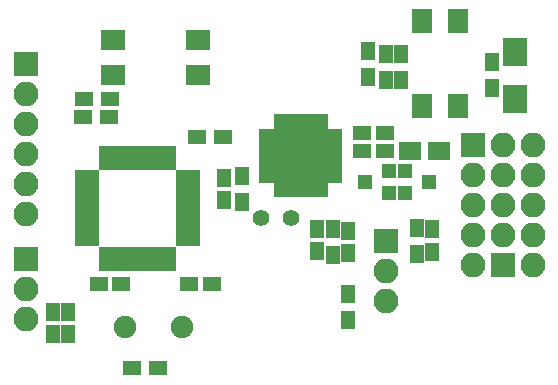
<source format=gbr>
G04 #@! TF.FileFunction,Soldermask,Top*
%FSLAX46Y46*%
G04 Gerber Fmt 4.6, Leading zero omitted, Abs format (unit mm)*
G04 Created by KiCad (PCBNEW 4.0.6) date 01/08/18 11:39:06*
%MOMM*%
%LPD*%
G01*
G04 APERTURE LIST*
%ADD10C,0.100000*%
%ADD11R,1.150000X1.600000*%
%ADD12R,1.900000X1.650000*%
%ADD13R,1.600000X1.150000*%
%ADD14R,1.300000X1.200000*%
%ADD15R,2.100000X2.400000*%
%ADD16R,2.100000X2.100000*%
%ADD17O,2.100000X2.100000*%
%ADD18R,1.300000X1.600000*%
%ADD19R,1.600000X1.300000*%
%ADD20R,1.400000X0.770000*%
%ADD21R,0.770000X1.400000*%
%ADD22R,1.462500X1.462500*%
%ADD23R,0.950000X2.000000*%
%ADD24R,2.000000X0.950000*%
%ADD25C,1.400000*%
%ADD26C,1.900000*%
%ADD27R,2.000000X1.800000*%
%ADD28R,1.800000X2.000000*%
G04 APERTURE END LIST*
D10*
D11*
X199898000Y-96139000D03*
X199898000Y-94239000D03*
X217551000Y-100518000D03*
X217551000Y-98618000D03*
D12*
X215666000Y-91948000D03*
X218166000Y-91948000D03*
D13*
X196982000Y-103251000D03*
X198882000Y-103251000D03*
D11*
X207772000Y-98552000D03*
X207772000Y-100452000D03*
X210439000Y-100645000D03*
X210439000Y-98745000D03*
D13*
X211648000Y-90424000D03*
X213548000Y-90424000D03*
X211648000Y-91948000D03*
X213548000Y-91948000D03*
X191236856Y-103251000D03*
X189336856Y-103251000D03*
D11*
X185420000Y-107503000D03*
X185420000Y-105603000D03*
X186690000Y-107503000D03*
X186690000Y-105603000D03*
D14*
X215281000Y-93665000D03*
X215281000Y-95565000D03*
X217281000Y-94615000D03*
X213868000Y-95565000D03*
X213868000Y-93665000D03*
X211868000Y-94615000D03*
D15*
X224536000Y-87598000D03*
X224536000Y-83598000D03*
D16*
X220980000Y-91440000D03*
D17*
X220980000Y-93980000D03*
X220980000Y-96520000D03*
X220980000Y-99060000D03*
X220980000Y-101600000D03*
D16*
X223520000Y-101600000D03*
D17*
X226060000Y-101600000D03*
X223520000Y-99060000D03*
X226060000Y-99060000D03*
X223520000Y-96520000D03*
X226060000Y-96520000D03*
X223520000Y-93980000D03*
X226060000Y-93980000D03*
X223520000Y-91440000D03*
X226060000Y-91440000D03*
D16*
X183134000Y-84582000D03*
D17*
X183134000Y-87122000D03*
X183134000Y-89662000D03*
X183134000Y-92202000D03*
X183134000Y-94742000D03*
X183134000Y-97282000D03*
D16*
X183134000Y-101092000D03*
D17*
X183134000Y-103632000D03*
X183134000Y-106172000D03*
D18*
X201422000Y-96307000D03*
X201422000Y-94107000D03*
X216281000Y-100668000D03*
X216281000Y-98468000D03*
X209169000Y-100795000D03*
X209169000Y-98595000D03*
D19*
X199855000Y-90805000D03*
X197655000Y-90805000D03*
D18*
X212090000Y-85725000D03*
X212090000Y-83525000D03*
X222631000Y-86655000D03*
X222631000Y-84455000D03*
X210439000Y-104056000D03*
X210439000Y-106256000D03*
D19*
X192110000Y-110363000D03*
X194310000Y-110363000D03*
X190201193Y-89075773D03*
X188001193Y-89075773D03*
X188087193Y-87551773D03*
X190287193Y-87551773D03*
D18*
X213614000Y-85936000D03*
X213614000Y-83736000D03*
X214884000Y-83736000D03*
X214884000Y-85936000D03*
D20*
X209270000Y-94335000D03*
X209270000Y-93685000D03*
X209270000Y-93035000D03*
X209270000Y-92385000D03*
X209270000Y-91735000D03*
X209270000Y-91085000D03*
X209270000Y-90435000D03*
D21*
X208370000Y-89535000D03*
X207720000Y-89535000D03*
X207070000Y-89535000D03*
X206420000Y-89535000D03*
X205770000Y-89535000D03*
X205120000Y-89535000D03*
X204470000Y-89535000D03*
D20*
X203570000Y-90435000D03*
X203570000Y-91085000D03*
X203570000Y-91735000D03*
X203570000Y-92385000D03*
X203570000Y-93035000D03*
X203570000Y-93685000D03*
X203570000Y-94335000D03*
D21*
X204470000Y-95235000D03*
X205120000Y-95235000D03*
X205770000Y-95235000D03*
X206420000Y-95235000D03*
X207070000Y-95235000D03*
X207720000Y-95235000D03*
X208370000Y-95235000D03*
D22*
X204826250Y-90791250D03*
X204826250Y-91853750D03*
X204826250Y-92916250D03*
X204826250Y-93978750D03*
X205888750Y-90791250D03*
X205888750Y-91853750D03*
X205888750Y-92916250D03*
X205888750Y-93978750D03*
X206951250Y-90791250D03*
X206951250Y-91853750D03*
X206951250Y-92916250D03*
X206951250Y-93978750D03*
X208013750Y-90791250D03*
X208013750Y-91853750D03*
X208013750Y-92916250D03*
X208013750Y-93978750D03*
D23*
X189800000Y-101083000D03*
X190600000Y-101083000D03*
X191400000Y-101083000D03*
X192200000Y-101083000D03*
X193000000Y-101083000D03*
X193800000Y-101083000D03*
X194600000Y-101083000D03*
X195400000Y-101083000D03*
D24*
X196850000Y-99633000D03*
X196850000Y-98833000D03*
X196850000Y-98033000D03*
X196850000Y-97233000D03*
X196850000Y-96433000D03*
X196850000Y-95633000D03*
X196850000Y-94833000D03*
X196850000Y-94033000D03*
D23*
X195400000Y-92583000D03*
X194600000Y-92583000D03*
X193800000Y-92583000D03*
X193000000Y-92583000D03*
X192200000Y-92583000D03*
X191400000Y-92583000D03*
X190600000Y-92583000D03*
X189800000Y-92583000D03*
D24*
X188350000Y-94033000D03*
X188350000Y-94833000D03*
X188350000Y-95633000D03*
X188350000Y-96433000D03*
X188350000Y-97233000D03*
X188350000Y-98033000D03*
X188350000Y-98833000D03*
X188350000Y-99633000D03*
D25*
X203073000Y-97663000D03*
X205613000Y-97663000D03*
D26*
X196382856Y-106840710D03*
X191502856Y-106840710D03*
D16*
X213614000Y-99568000D03*
D17*
X213614000Y-102108000D03*
X213614000Y-104648000D03*
D27*
X190500000Y-85550000D03*
X190500000Y-82550000D03*
X197700000Y-82550000D03*
X197700000Y-85550000D03*
D28*
X216710000Y-80938000D03*
X219710000Y-80938000D03*
X219710000Y-88138000D03*
X216710000Y-88138000D03*
M02*

</source>
